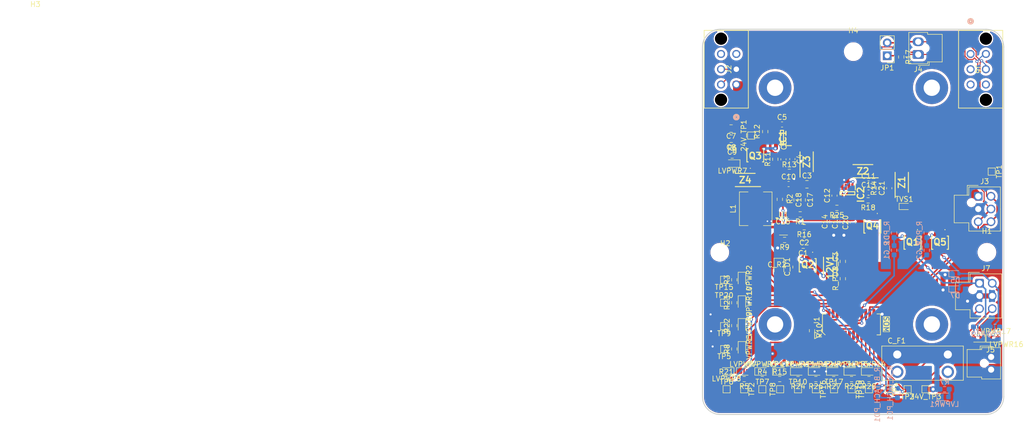
<source format=kicad_pcb>
(kicad_pcb (version 20241229) (generator "pcbnew") (generator_version "9.0")
  (layers (0 "F.Cu" signal) (2 "B.Cu" signal) (13 "F.Paste" user) (15 "B.Paste" user) (5 "F.SilkS" user "F.Silkscreen") (7 "B.SilkS" user "B.Silkscreen") (1 "F.Mask" user) (3 "B.Mask" user) (25 "Edge.Cuts" user))
  (net 0 "")
  (net 1 "Net-(12V1-A)")
  (net 2 "+24V")
  (net 3 "+12V")
  (net 4 "GND")
  (net 5 "/12V_BUS")
  (net 6 "/RPP_EN12")
  (net 7 "Net-(IC1-VCAP)")
  (net 8 "Net-(IC1-GATE)")
  (net 9 "/RPP_EN24")
  (net 10 "Net-(IC2-VCAP)")
  (net 11 "Net-(IC2-GATE)")
  (net 12 "/VIN_24V")
  (net 13 "Net-(C16-Pad1)")
  (net 14 "Net-(U1-SW)")
  (net 15 "Net-(C_D1-A)")
  (net 16 "/Fans/FAN_B_NEG")
  (net 17 "/Fans/FAN_A_NEG")
  (net 19 "/Power12V/OV")
  (net 20 "/Power24V/OV")
  (net 22 "+3V3")
  (net 23 "/CAN_P")
  (net 25 "/LED")
  (net 26 "/D_C")
  (net 27 "/LED5")
  (net 28 "/LED1")
  (net 29 "/LED3")
  (net 32 "/S_OC")
  (net 34 "/LED4")
  (net 35 "/FAN_B_TACHO")
  (net 38 "/MESSAGE")
  (net 39 "/PWM_FAN_B")
  (net 46 "/M_FAULT")
  (net 47 "/LED2")
  (net 48 "/CAN_N")
  (net 50 "/PWM_FAN_A")
  (net 52 "/FAN_A_TACHO")
  (net 60 "Net-(JP1-A)")
  (net 61 "Net-(LVPWR1-A)")
  (net 62 "Net-(LVPWR2-A)")
  (net 63 "Net-(LVPWR3-A)")
  (net 64 "Net-(LVPWR4-A)")
  (net 65 "Net-(LVPWR5-A)")
  (net 66 "Net-(LVPWR6-A)")
  (net 67 "Net-(LVPWR7-A)")
  (net 68 "Net-(LVPWR8-A)")
  (net 69 "Net-(LVPWR9-A)")
  (net 70 "Net-(LVPWR10-A)")
  (net 71 "Net-(LVPWR11-A)")
  (net 72 "Net-(LVPWR12-A)")
  (net 73 "Net-(LVPWR13-A)")
  (net 74 "Net-(LVPWR14-A)")
  (net 75 "Net-(LVPWR15-A)")
  (net 76 "Net-(LVPWR16-A)")
  (net 77 "Net-(LVPWR17-A)")
  (net 78 "Net-(Q1-G)")
  (net 79 "Net-(Q5-G)")
  (net 80 "Net-(U1-BOOT)")
  (net 81 "Net-(U1-FB)")
  (net 82 "Net-(U1-EN)")
  (net 83 "Net-(Q2-D_1)")
  (footprint "TestPoint:TestPoint_Pad_1.0x1.0mm" (layer "F.Cu") (at 182.25 106.5 -90)
    (property "Reference" "TP19")
    (property "Value" "LED5")
  )
  (footprint "TestPoint:TestPoint_Pad_1.0x1.0mm" (layer "F.Cu") (at 161.196 106.5 -90)
    (property "Reference" "TP2")
    (property "Value" "TP_M")
  )
  (footprint "Connector_Molex:Molex_Nano-Fit_105309-xx02_1x02_P2.50mm_Vertical" (layer "F.Cu") (at 195.325 40.75 180)
    (property "Reference" "J4")
    (property "Value" "PEAK")
  )
  (footprint "UTSVT_Passives:SODFL5026X125N" (layer "F.Cu") (at 178.05 82.5 -90)
    (property "Reference" "12V1")
    (property "Value" "SMAF4742A" (hide yes))
  )
  (footprint "Resistor_SMD:R_0603_1608Metric_Pad0.98x0.95mm_HandSolder" (layer "F.Cu") (at 159.25 85 90)
    (property "Reference" "R3")
    (property "Value" "4.3k")
  )
  (footprint "UTSVT_Passives:SODFL5026X125N" (layer "F.Cu") (at 161.391935 65.4 180)
    (property "Reference" "Z4")
    (property "Value" "SMAF4744A" (hide yes))
  )
  (footprint "Connector_PinHeader_2.54mm:PinHeader_1x02_P2.54mm_Vertical" (layer "F.Cu") (at 189.25 41 180)
    (property "Reference" "JP1")
    (property "Value" "TRM")
  )
  (footprint "MountingHole:MountingHole_3.2mm_M3" (layer "F.Cu") (at 22.1488 35.0516)
    (property "Reference" "H3")
    (property "Value" "MountingHole_Pad")
  )
  (footprint "LED_SMD:LED_0603_1608Metric" (layer "F.Cu") (at 168.25 103)
    (property "Reference" "LVPWR6")
    (property "Value" "LED")
  )
  (footprint "TestPoint:TestPoint_Pad_1.0x1.0mm" (layer "F.Cu") (at 162.566935 56.675 90)
    (property "Reference" "24V_TP1")
    (property "Value" "TestPoint")
  )
  (footprint "Capacitor_SMD:C_0603_1608Metric_Pad1.08x0.95mm_HandSolder" (layer "F.Cu") (at 168.616935 54.5)
    (property "Reference" "C5")
    (property "Value" "220n")
  )
  (footprint "UTSVT_Connectors:Molex_Microfit3.0_02x03_6-Pin-Vertical-PCB-Receptacle_447690601" (layer "F.Cu") (at 205.600001 40.650002 -90)
    (property "Reference" "J6")
    (property "Value" "MotorController-out")
  )
  (footprint "LED_SMD:LED_0603_1608Metric" (layer "F.Cu") (at 164.75 103)
    (property "Reference" "LVPWR3")
    (property "Value" "LED")
  )
  (footprint "Resistor_SMD:R_0603_1608Metric_Pad0.98x0.95mm_HandSolder" (layer "F.Cu") (at 168.179435 69.2 -90)
    (property "Reference" "R2")
    (property "Value" "140k")
  )
  (footprint "LED_SMD:LED_0603_1608Metric" (layer "F.Cu") (at 160.75 85 -90)
    (property "Reference" "LVPWR2")
    (property "Value" "LED")
  )
  (footprint "Inductor_SMD:L_6.3x6.3_H3" (layer "F.Cu") (at 163.454435 71.05 90)
    (property "Reference" "L1")
    (property "Value" "6.8u")
  )
  (footprint "UTSVT_Power:PSMN8R5-40MSDX" (layer "F.Cu") (at 194.2 77.7 180)
    (property "Reference" "Q1")
    (property "Value" "PSMN8R5-40MSDX" (hide yes))
  )
  (footprint "Resistor_SMD:R_0603_1608Metric_Pad0.98x0.95mm_HandSolder" (layer "F.Cu") (at 175.25 104.5 180)
    (property "Reference" "R26")
    (property "Value" "4.3k")
  )
  (footprint "Capacitor_SMD:C_0805_2012Metric_Pad1.18x1.45mm_HandSolder" (layer "F.Cu") (at 172.766935 78.1 180)
    (property "Reference" "C1")
    (property "Value" "10u")
  )
  (footprint "LED_SMD:LED_0603_1608Metric" (layer "F.Cu") (at 207 96.5 180)
    (property "Reference" "LVPWR16")
    (property "Value" "LED")
  )
  (footprint "TestPoint:TestPoint_Pad_1.0x1.0mm" (layer "F.Cu") (at 185.6625 106.5 90)
    (property "Reference" "TP18")
    (property "Value" "LED4")
  )
  (footprint "Resistor_SMD:R_0603_1608Metric_Pad0.98x0.95mm_HandSolder" (layer "F.Cu") (at 167.291935 61.325 90)
    (property "Reference" "R11")
    (property "Value" "100k")
  )
  (footprint "MountingHole:MountingHole_3.2mm_M3" (layer "F.Cu") (at 182.6 40.2)
    (property "Reference" "H4")
    (property "Value" "MountingHole_Pad")
  )
  (footprint "TestPoint:TestPoint_Pad_1.0x1.0mm" (layer "F.Cu") (at 157.25 94.1 180)
    (property "Reference" "TP9")
    (property "Value" "TP_F")
  )
  (footprint "UTSVT_Power:PSMN8R5-40MSDX" (layer "F.Cu") (at 173.645 82.141585 180)
    (property "Reference" "Q2")
    (property "Value" "PSMN8R5-40MSDX" (hide yes))
  )
  (footprint "Resistor_SMD:R_0805_2012Metric" (layer "F.Cu") (at 170 82.5 90)
    (property "Reference" "C_R2")
    (property "Value" "4.3k")
  )
  (footprint "Resistor_SMD:R_0603_1608Metric_Pad0.98x0.95mm_HandSolder" (layer "F.Cu") (at 159.25 98.5875 90)
    (property "Reference" "R8")
    (property "Value" "4.3k")
  )
  (footprint "LED_SMD:LED_0603_1608Metric" (layer "F.Cu") (at 178.8125 103)
    (property "Reference" "LVPWR13")
    (property "Value" "LED")
  )
  (footprint "Capacitor_SMD:C_0805_2012Metric_Pad1.18x1.45mm_HandSolder" (layer "F.Cu") (at 158.65 57.3 180)
    (property "Reference" "C8")
    (property "Value" "10u")
  )
  (footprint "Resistor_SMD:R_0603_1608Metric_Pad0.98x0.95mm_HandSolder" (layer "F.Cu") (at 165.316935 55.9 90)
    (property "Reference" "R12")
    (property "Value" "9。5k")
  )
  (footprint "Capacitor_SMD:C_0603_1608Metric_Pad1.08x0.95mm_HandSolder" (layer "F.Cu") (at 158.8125 59.075 180)
    (property "Reference" "C9")
    (property "Value" "0.1u")
  )
  (footprint "Resistor_SMD:R_0603_1608Metric_Pad0.98x0.95mm_HandSolder" (layer "F.Cu") (at 182.25 104.5 180)
    (property "Reference" "R29")
    (property "Value" "4.3k")
  )
  (footprint "Resistor_SMD:R_0603_1608Metric_Pad0.98x0.95mm_HandSolder" (layer "F.Cu") (at 192 41.25 -90)
    (property "Reference" "R17")
    (property "Value" "120")
  )
  (footprint "UTSVT_Connectors:Molex_Microfit3.0_02x03_6-Pin-Vertical-PCB-Receptacle_447690601" (layer "F.Cu") (at 159.65 46.65 90)
    (property "Reference" "J2")
    (property "Value" "MotorController-in")
  )
  (footprint "UTSVT_Power:PSMN8R5-40MSDX" (layer "F.Cu") (at 186.325 74.525 180)
    (property "Reference" "Q4")
    (property "Value" "PSMN8R5-40MSDX" (hide yes))
  )
  (footprint "LED_SMD:LED_0603_1608Metric" (layer "F.Cu") (at 160.75 98.61275 -90)
    (property "Reference" "LVPWR5")
    (property "Value" "LED")
  )
  (footprint "Resistor_SMD:R_0603_1608Metric_Pad0.98x0.95mm_HandSolder" (layer "F.Cu") (at 178.75 104.5 180)
    (property "Reference" "R27")
    (property "Value" "4.3k")
  )
  (footprint "TestPoint:TestPoint_Pad_1.0x1.0mm" (layer "F.Cu") (at 157.75 106.5)
    (property "Reference" "TP6")
    (property "Value" "TP_D_C")
  )
  (footprint "UTSVT_Power:SOT65P280X110-8N" (layer "F.Cu") (at 181.4388 68.0062 -90)
    (property "Reference" "IC2")
    (property "Value" "LM74502HDDFR" (hide yes))
  )
  (footprint "Capacitor_SMD:C_0603_1608Metric_Pad1.08x0.95mm_HandSolder" (layer "F.Cu") (at 185.581 67.875)
    (property "Reference" "C13")
    (property "Value" "22n")
  )
  (footprint "UTSVT_Power:PSMN8R5-40MSDX" (layer "F.Cu") (at 199.6 77.71 180)
    (property "Reference" "Q5")
    (property "Value" "PSMN8R5-40MSDX" (hide yes))
  )
  (footprint "Capacitor_SMD:C_0603_1608Metric_Pad1.08x0.95mm_HandSolder" (layer "F.Cu") (at 169.9 66.2)
    (property "Reference" "C10")
    (property "Value" "0.1u")
  )
  (footprint "Resistor_SMD:R_0603_1608Metric_Pad0.98x0.95mm_HandSolder" (layer "F.Cu") (at 159.25 94 90)
    (property "Reference" "R22")
    (property "Value" "4.3k")
  )
  (footprint "UTSVT_Connectors:PeripheralSOM" (layer "F.Cu") (at 182.23 93.76 180)
    (property "Reference" "J1")
    (property "Value" "53307-2471")
  )
  (footprint "Capacitor_SMD:C_0603_1608Metric_Pad1.08x0.95mm_HandSolder" (layer "F.Cu") (at 170.641935 61.3 -90)
    (property "Reference" "C4")
    (property "Value" "1u")
  )
  (footprint "Resistor_SMD:R_0603_1608Metric_Pad0.98x0.95mm_HandSolder" (layer "F.Cu") (at 171.75 104.5 180)
    (property "Reference" "R24")
    (property "Value" "4.3k")
  )
  (footprint "Capacitor_SMD:C_0603_1608Metric_Pad1.08x0.95mm_HandSolder" (layer "F.Cu") (at 182.5 73.7529 90)
    (property "Reference" "C20")
    (property "Value" "0.1u")
  )
  (footprint "LED_SMD:LED_0603_1608Metric" (layer "F.Cu") (at 175.25 103)
    (property "Reference" "LVPWR12")
    (property "Value" "LED")
  )
  (footprint "Resistor_SMD:R_0603_1608Metric_Pad0.98x0.95mm_HandSolder" (layer "F.Cu") (at 159.25 89.5 90)
    (property "Reference" "R23")
    (property "Value" "4.3k")
  )
  (footprint "Capacitor_SMD:C_0805_2012Metric_Pad1.18x1.45mm_HandSolder" (layer "F.Cu") (at 158.625 55.3 180)
    (property "Reference" "C7")
    (property "Value" "10u")
  )
  (footprint "TestPoint:TestPoint_Pad_1.0x1.0mm" (layer "F.Cu") (at 157.25 85 180)
    (property "Reference" "TP15")
    (property "Value" "TP_3V3")
  )
  (footprint "LED_SMD:LED_0603_1608Metric" (layer "F.Cu") (at 171.75 103)
    (property "Reference" "LVPWR11")
    (property "Value" "LED")
  )
  (footprint "LED_SMD:LED_0603_1608Metric" (layer "F.Cu") (at 160.75 89.625 -90)
    (property "Reference" "LVPWR10")
    (property "Value" "LED")
  )
  (footprint "LED_SMD:LED_0805_2012Metric" (layer "F.Cu") (at 168 82.4575 -90)
    (property "Reference" "C_D1")
    (property "Value" "20mA")
  )
  (footprint "LED_SMD:LED_0603_1608Metric" (layer "F.Cu") (at 210.15 96.525)
    (property "Reference" "LVPWR17")
    (property "Value" "LED")
  )
  (footprint "MountingHole:MountingHole_3.2mm_M3" (layer "F.Cu") (at 208.8 79.6)
    (property "Reference" "H1")
    (property "Value" "MountingHole_Pad")
  )
  (footprint "Package_TO_SOT_SMD:SOT-23-6" (layer "F.Cu") (at 168.904435 74.65)
    (property "Reference" "U1")
    (property "Value" "TPS56339DDC")
  )
  (footprint "Capacitor_SMD:C_0603_1608Metric_Pad1.08x0.95mm_HandSolder" (layer "F.Cu") (at 168.891935 61.35 -90)
    (property "Reference" "C6")
    (property "Value" "22n")
  )
  (footprint "LED_SMD:LED_0603_1608Metric" (layer "F.Cu") (at 157.7125 103 180)
    (property "Reference" "LVPWR8")
    (property "Value" "LED")
  )
  (footprint "Resistor_SMD:R_0603_1608Metric_Pad0.98x0.95mm_HandSolder" (layer "F.Cu") (at 180.545 81.391585 90)
    (property "Reference" "R_G3")
    (property "Value" "100")
  )
  (footprint "TestPoint:TestPoint_Pad_1.0x1.0mm" (layer "F.Cu") (at 175.25 106.5 -90)
    (property "Reference" "TP16")
    (property "Value" "LED2")
  )
  (footprint "TestPoint:TestPoint_Pad_1.0x1.0mm" (layer "F.Cu") (at 196.75 106.5 180)
    (property "Reference" "24V_TP3")
    (property "Value" "TestPoint")
  )
  (footprint "Capacitor_SMD:C_0805_2012Metric_Pad1.18x1.45mm_HandSolder" (layer "F.Cu") (at 170.204435 69.325 -90)
    (property "Reference" "C18")
    (property "Value" "22u")
  )
  (footprint "Capacitor_SMD:C_0805_2012Metric_Pad1.18x1.45mm_HandSolder" (layer "F.Cu") (at 178.7 73.575 90)
    (property "Reference" "C14")
    (property "Value" "10u")
  )
  (footprint "Capacitor_SMD:C_0603_1608Metric_Pad1.08x0.95mm_HandSolder" (layer "F.Cu") (at 178.9 68.475 90)
    (property "Reference" "C12")
    (property "Value" "220n")
  )
  (footprint "LED_SMD:LED_0603_1608Metric" (layer "F.Cu") (at 158.891935 62.175 180)
    (property "Reference" "LVPWR7")
    (property "Value" "LED")
  )
  (footprint "Diode_SMD:Nexperia_DSN1608-2_1.6x0.8mm" (layer "F.Cu") (at 192.6 70.6)
    (property "Reference" "TVS1")
    (property "Value" "PTVS5V0Z1USK")
  )
  (footprint "TestPoint:TestPoint_Pad_1.0x1.0mm" (layer "F.Cu") (at 178.8125 106.5)
    (property "Reference" "TP17")
    (property "Value" "LED3")
  )
  (footprint "Resistor_SMD:R_0603_1608Metric_Pad0.98x0.95mm_HandSolder" (layer "F.Cu") (at 185.6625 104.5 180)
    (property "Reference" "R28")
    (property "Value" "4.3k")
  )
  (footprint "Resistor_SMD:R_0603_1608Metric_Pad0.98x0.95mm_HandSolder" (layer "F.Cu") (at 185.5 69.4 180)
    (property "Reference" "R18")
    (property "Value" "200k")
  )
  (footprint "TestPoint:TestPoint_Pad_1.0x1.0mm" (layer "F.Cu") (at 193.25 106.5 180)
    (property "Reference" "TP3")
    (property "Value" "TP_A_TACH")
  )
  (footprint "Resistor_SMD:R_0603_1608Metric_Pad0.98x0.95mm_HandSolder" (layer "F.Cu") (at 174.5 95 -90)
    (property "Reference" "R10")
    (property "Value" "0")
  )
  (footprint "Fuse:FUSE_3568" (layer "F.Cu") (at 196.175 101.375)
    (property "Reference" "C_F1")
    (property "Value" "10A")
  )
  (footprint "Resistor_SMD:R_0603_1608Metric_Pad0.98x0.95mm_HandSolder" (layer "F.Cu") (at 161.196 104.5 180)
    (property "Reference" "R5")
    (property "Value" "4.3k")
  )
  (footprint "Resistor_SMD:R_0603_1608Metric_Pad0.98x0.95mm_HandSolder" (layer "F.Cu") (at 179.375 70.875 180)
    (property "Reference" "R25")
    (property "Value" "9k")
  )
  (footprint "Capacitor_SMD:C_0805_2012Metric_Pad1.18x1.45mm_HandSolder" (layer "F.Cu") (at 172.454435 69.325 -90)
    (property "Reference" "C17")
    (property "Value" "22u")
  )
  (footprint "LED_SMD:LED_0603_1608Metric" (layer "F.Cu") (at 185.6625 103)
    (property "Reference" "LVPWR14")
    (property "Value" "LED")
  )
  (footprint "Resistor_SMD:R_0603_1608Metric_Pad0.98x0.95mm_HandSolder" (layer "F.Cu") (at 169.116935 77.175 180)
    (property "Reference" "R9")
    (property "Value" "10k")
  )
  (footprint "Capacitor_SMD:C_0805_2012Metric_Pad1.18x1.45mm_HandSolder" (layer "F.Cu") (at 180.7 73.575 90)
    (property "Reference" "C15")
    (property "Value" "10u")
  )
  (footprint "Capacitor_SMD:C_0603_1608Metric_Pad1.08x0.95mm_HandSolder" (layer "F.Cu") (at 168.791935 72.15 180)
    (property "Reference" "C16")
    (property "Value" "100n")
  )
  (footprint "Resistor_SMD:R_0603_1608Metric_Pad0.98x0.95mm_HandSolder" (layer "F.Cu") (at 172.179435 72.15 180)
    (property "Reference" "R1")
    (property "Value" "30")
  )
  (footprint "UTSVT_Passives:SODFL5026X125N" (layer "F.Cu") (at 184.475 63.675 180)
    (property "Reference" "Z2")
    (property "Value" "SMAF4751A-TP" (hide yes))
  )
  (footprint "TestPoint:TestPoint_Pad_1.0x1.0mm" (layer "F.Cu") (at 157.25 89.5)
    (property "Reference" "TP20")
    (property "Value" "LED")
  )
  (footprint "Capacitor_SMD:C_0603_1608Metric_Pad1.08x0.95mm_HandSolder" (layer "F.Cu") (at 172.966935 76.275 180)
    (property "Reference" "C2")
    (property "Value" "100n")
  )
  (footprint "TestPoint:TestPoint_Pad_1.0x1.0mm" (layer "F.Cu") (at 209.75 63.75 -90)
    (property "Reference" "TP1")
    (property "Value" "TP_GND")
  )
  (footprint "TestPoint:TestPoint_Pad_1.0x1.0mm" (layer "F.Cu") (at 157.2792 98.61275 180)
    (property "Reference" "TP5")
    (property "Value" "TP_OC")
  )
  (footprint "UTSVT_Power:SOT65P280X110-8N" (layer "F.Cu") (at 168.6 57.1 180)
    (property "Reference" "IC1")
    (property "Value" "LM74502HDDFR" (hide yes))
  )
  (footprint "Resistor_SMD:R_0603_1608Metric_Pad0.98x0.95mm_HandSolder" (layer "F.Cu") (at 168.1625 104.5)
    (property "Reference" "R15")
    (property "Value" "4.3k")
  )
  (footprint "Resistor_SMD:R_0603_1608Metric_Pad0.98x0.95mm_HandSolder" (layer "F.Cu") (at 170.036935 63.8125)
    (property "Reference" "R13")
    (property "Value" "10k")
  )
  (footprint "UTSVT_Passives:SODFL5026X125N" (layer "F.Cu") (at 192.1 65.85 90)
    (property "Reference" "Z1")
    (property "Value" "SMAF4751A-TP" (hide yes))
  )
  (footprint "Capacitor_SMD:C_0805_2012Metric_Pad1.18x1.45mm_HandSolder" (layer "F.Cu") (at 173.5 66.25)
    (property "Reference" "C3")
    (property "Value" "22u")
  )
  (footprint "TestPoint:TestPoint_Pad_1.0x1.0mm" (layer "F.Cu") (at 164.75 106.5)
    (property "Reference" "TP7")
    (property "Value" "TP_PWM_A")
  )
  (footprint "LED_SMD:LED_0603_1608Metric" (layer "F.Cu") (at 160.75 94.1 -90)
    (property "Reference" "LVPWR9")
    (property "Value" "LED")
  )
  (footprint "UTSVT_Passives:SODFL5026X125N" (layer "F.Cu") (at 173.441935 61.825 90)
    (property "Reference" "Z3")
    (property "Value" "SMAF4744A" (hide yes))
  )
  (footprint "TestPoint:TestPoint_Pad_1.0x1.0mm" (layer "F.Cu") (at 189.5 106.5 -90)
    (property "Reference" "TP4")
    (property "Value" "TP_B_TACH")
  )
  (footprint "Resistor_SMD:R_0603_1608Metric_Pad0.98x0.95mm_HandSolder" (layer "F.Cu") (at 172.966935 74.675 180)
    (property "Reference" "R16")
    (property "Value" "220k")
  )
  (footprint "Capacitor_SMD:C_0603_1608Metric_Pad1.08x0.95mm_HandSolder" (layer "F.Cu") (at 189.641935 67.0125 90)
    (property "Reference" "C21")
    (property "Value" "0.1u")
  )
  (footprint "TestPoint:TestPoint_Pad_1.0x1.0mm" (layer "F.Cu") (at 171.75 106.5)
    (property "Reference" "TP10")
    (property "Value" "LED1")
  )
  (footprint "Capacitor_SMD:C_0603_1608Metric_Pad1.08x0.95mm_HandSolder" (layer "F.Cu") (at 185.581 66.075)
    (property "Reference" "C11")
    (property "Value" "1u")
  )
  (footprint "LED_SMD:LED_0603_1608Metric" (layer "F.Cu") (at 182.25 103)
    (property "Reference" "LVPWR15")
    (property "Value" "LED")
  )
  (footprint "Connector_Molex:Molex_Nano-Fit_105310-xx06_2x03_P2.50mm_Vertical" (layer "F.Cu") (at 207.1 68.6)
    (property "Reference" "J3")
    (property "Value" "Conn_01x06")
  )
  (footprint "Resistor_SMD:R_0603_1608Metric_Pad0.98x0.95mm_HandSolder" (layer "F.Cu") (at 164.75 104.5)
    (property "Reference" "R4")
    (property "Value" "4.3k")
  )
  (footprint "UTSVT_Power:PSMN8R5-40MSDX" (layer "F.Cu") (at 163.366935 60.55)
    (property "Reference" "Q3")
    (property "Value" "PSMN8R5-40MSDX" (hide yes))
  )
  (footprint "Resistor_SMD:R_0603_1608Metric_Pad0.98x0.95mm_HandSolder" (layer "F.Cu") (at 180.545 84.791585 90)
    (property "Reference" "R_PD3")
    (property "Value" "10k")
  )
  (footprint "Resistor_SMD:R_0603_1608Metric_Pad0.98x0.95mm_HandSolder" (layer "F.Cu") (at 158.8375 60.6)
    (property "Reference" "R6")
    (property "Value" "4.3k")
  )
  (footprint "Connector_Molex:Molex_Nano-Fit_105310-xx06_2x03_P2.50mm_Vertical" (layer "F.Cu") (at 207.35 85.675)
    (property "Reference" "J7")
    (property "Value" "Conn_01x06")
  )
  (footprint "LED_SMD:LED_0603_1608Metric" (layer "F.Cu") (at 161.1625 103)
    (property "Reference" "LVPWR4")
    (property "Value" "LED")
  )
  (footprint "TestPoint:TestPoint_Pad_1.0x1.0mm" (layer "F.Cu") (at 168.25 106.5 90)
    (property "Reference" "TP8")
    (property "Value" "TP_PWM_B")
  )
  (footprint "Resistor_SMD:R_0603_1608Metric_Pad0.98x0.95mm_HandSolder" (layer "F.Cu") (at 188.05 67.0125 90)
    (property "Reference" "R14")
    (property "Value" "10k")
  )
  (footprint "MountingHole:MountingHole_3.2mm_M3" (layer "F.Cu") (at 156.4 79.6)
    (property "Reference" "H2")
    (property "Value" "MountingHole_Pad")
  )
  (footprint "UTSVT_Connectors:Molex_Nano-Fit_105309-xx02_1x02_P2.50mm_Vertical" (layer "F.Cu") (at 209.63 100.15)
    (property "Reference" "J5")
    (property "Value" "Power MPPT")
  )
  (footprint "Resistor_SMD:R_0603_1608Metric_Pad0.98x0.95mm_HandSolder" (layer "F.Cu") (at 157.6625 104.5)
    (property "Reference" "R21")
    (property "Value" "4.3k")
  )
  (footprint "Resistor_SMD:R_0603_1608Metric_Pad0.98x0.95mm_HandSolder" (layer "B.Cu") (at 197 75.8 -90)
    (property "Reference" "R_PD2")
    (property "Value" "10k")
  )
  (footprint "Resistor_SMD:R_0603_1608Metric_Pad0.98x0.95mm_HandSolder" (layer "B.Cu") (at 197 79.2 -90)
    (property "Reference" "R_G2")
    (property "Value" "100")
  )
  (footprint "Resistor_SMD:R_0603_1608Metric_Pad0.98x0.95mm_HandSolder" (layer "B.Cu") (at 190.6 75.8 -90)
    (property "Reference" "R_PD1")
    (property "Value" "10k")
  )
  (footprint "Diode_SMD:D_SOD-523" (layer "B.Cu") (at 202.6 86.8)
    (property "Reference" "D7")
    (property "Value" "1N4148WT")
  )
  (footprint "Resistor_SMD:R_0603_1608Metric_Pad0.98x0.95mm_HandSolder" (layer "B.Cu") (at 207.0875 94.25)
    (property "Reference" "R19")
    (property "Value" "4.3k")
  )
  (footprint "Resistor_SMD:R_0603_1608Metric_Pad0.98x0.95mm_HandSolder" (layer "B.Cu") (at 187.5 107 -90)
    (property "Reference" "R_B_TACH_PD1")
    (property "Value" "10k")
  )
  (footprint "Diode_SMD:D_SOD-523" (layer "B.Cu") (at 202.6 83.8)
    (property "Reference" "D5")
    (property "Value" "1N4148WT")
  )
  (footprint "Resistor_SMD:R_0603_1608Metric_Pad0.98x0.95mm_HandSolder" (layer "B.Cu") (at 200.5 106.5 180)
    (property "Reference" "R7")
    (property "Value" "4.3k")
  )
  (footprint "Resistor_SMD:R_0603_1608Metric_Pad0.98x0.95mm_HandSolder" (layer "B.Cu") (at 210.3875 94.25 180)
    (property "Reference" "R20")
    (property "Value" "4.3k")
  )
  (footprint "Resistor_SMD:R_0603_1608Metric_Pad0.98x0.95mm_HandSolder" (layer "B.Cu") (at 191.25 107.25 -90)
    (property "Reference" "R_A_TACH_PD1")
    (property "Value" "10k")
  )
  (footprint "LED_SMD:LED_0603_1608Metric" (layer "B.Cu") (at 200.4625 108)
    (property "Reference" "LVPWR1")
    (property "Value" "LED")
  )
  (footprint "Resistor_SMD:R_0603_1608Metric_Pad0.98x0.95mm_HandSolder" (layer "B.Cu") (at 190.6 79.2 -90)
    (property "Reference" "R_G1")
    (property "Value" "100")
  )
  (gr_line (start 153.011722 107.95) (end 153.011722 39.3) (stroke (width 0.2)) (layer "Edge.Cuts"))
  (gr_arc (start 153.011722 39.3) (mid 154.03685 36.825134) (end 156.511722 35.8) (stroke (width 0.2)) (layer "Edge.Cuts"))
  (gr_arc (start 212.1 107.95) (mid 211.074874 110.424874) (end 208.6 111.45) (stroke (width 0.2)) (layer "Edge.Cuts"))
  (gr_line (start 208.6 111.45) (end 156.511722 111.45) (stroke (width 0.2)) (layer "Edge.Cuts"))
  (gr_arc (start 156.511722 111.45) (mid 154.036848 110.424874) (end 153.011722 107.95) (stroke (width 0.2)) (layer "Edge.Cuts"))
  (gr_line (start 156.511722 35.8) (end 208.6 35.8) (stroke (width 0.2)) (layer "Edge.Cuts"))
  (gr_line (start 212.1 39.3) (end 212.1 107.95) (stroke (width 0.2)) (layer "Edge.Cuts"))
  (gr_arc (start 208.6 35.8) (mid 211.074874 36.825126) (end 212.1 39.3) (stroke (width 0.2)) (layer "Edge.Cuts"))
  (segment (start 172.67 80.756581) (end 172.519998 80.906583) (width 0.3) (layer "F.Cu") (net 1))
  (segment (start 180.545 83.879085) (end 180.545 82.304085) (width 0.3) (layer "F.Cu") (net 1))
  (segment (start 177.775 84.25) (end 178.05 84.525) (width 0.3) (layer "F.Cu") (net 1))
  (segment (start 179.899085 84.525) (end 180.545 83.879085) (width 0.3) (layer "F.Cu") (net 1))
  (segment (start 178.05 84.525) (end 179.899085 84.525) (width 0.3) (layer "F.Cu") (net 1))
  (segment (start 172.67 80.491585) (end 172.67 80.756581) (width 0.3) (layer "F.Cu") (net 1))
  (segment (start 176.75 84.25) (end 177.775 84.25) (width 0.3) (layer "F.Cu") (net 1))
  (via (at 176.75 84.25) (size 0.8) (drill 0.4) (layers "F.Cu" "B.Cu") (net 1))
  (via (at 172.519998 80.906583) (size 0.8) (drill 0.4) (layers "F.Cu" "B.Cu") (net 1))
  (segment (start 173.406583 80.906583) (end 176.75 84.25) (width 0.3) (layer "B.Cu") (net 1))
  (segment (start 172.519998 80.906583) (end 173.406583 80.906583) (width 0.3) (layer "B.Cu") (net 1))
  (segment (start 167.75 78.75) (end 167.015935 78.015935) (width 1) (layer "F.Cu") (net 2))
  (segment (start 185.273 74.815) (end 183.676 73.218) (width 1) (layer "F.Cu") (net 2))
  (segment (start 200.2 87) (end 200.2 84.4) (width 1) (layer "F.Cu") (net 2))
  (segment (start 188.25 91.75) (end 188.11 91.61) (width 1) (layer "F.Cu") (net 2))
  (segment (start 196.75 106.5) (end 198.25 106.5) (width 1) (layer "F.Cu") (net 2))
  (segment (start 206.325 89.2) (end 207.35 88.175) (width 1) (layer "F.Cu") (net 2))
  (segment (start 188.11 91.61) (end 186.806 91.61) (width 1) (layer "F.Cu") (net 2))
  (segment (start 183.676 73.218) (end 183.676 70.3154) (width 1) (layer "F.Cu") (net 2))
  (segment (start 200.2 84.4) (end 200.6 84) (width 1) (layer "F.Cu") (net 2))
  (segment (start 167.015935 78.015935) (end 167.015935 76.402) (width 1) (layer "F.Cu") (net 2))
  (segment (start 186.325 74.815) (end 185.273 74.815) (width 1) (layer "F.Cu") (net 2))
  (segment (start 167.015935 76.402) (end 167.766935 75.651) (width 1) (layer "F.Cu") (net 2))
  (segment (start 205 89.2) (end 206.325 89.2) (width 1) (layer "F.Cu") (net 2))
  (segment (start 183.676 70.3154) (end 182.6168 69.2562) (width 1) (layer "F.Cu") (net 2))
  (segment (start 207.35 88.175) (end 209.85 88.175) (width 1) (layer "F.Cu") (net 2))
  (via (at 180.75 76.25) (size 1.2) (drill 0.6) (layers "F.Cu" "B.Cu") (net 2))
  (via (at 178.75 76.25) (size 1.2) (drill 0.6) (layers "F.Cu" "B.Cu") (net 2))
  (via (at 200.2 87) (size 1.2) (drill 0.6) (layers "F.Cu" "B.Cu") (net 2))
  (via (at 198.25 106.5) (size 1.2) (drill 0.6) (layers "F.Cu" "B.Cu") (net 2))
  (via (at 200.6 84) (size 1.2) (drill 0.6) (layers "F.Cu" "B.Cu") (net 2))
  (via (at 188.25 91.75) (size 1.2) (drill 0.6) (layers "F.Cu" "B.Cu") (net 2))
  (via (at 167.75 78.75) (size 1.2) (drill 0.6) (layers "F.Cu" "B.Cu") (net 2))
  (via (at 205 89.2) (size 1.2) (drill 0.6) (layers "F.Cu" "B.Cu") (net 2))
  (segment (start 199 106.5) (end 199.5875 106.5) (width 1) (layer "B.Cu") (net 2))
  (segment (start 199 101.81) (end 201.135 99.675) (width 1) (layer "B.Cu") (net 2))
  (segment (start 199 106.5) (end 199 101.81) (width 1) (layer "B.Cu") (net 2))
  (segment (start 198.25 106.5) (end 199 106.5) (width 1) (layer "B.Cu") (net 2))
  (segment (start 167.3 59.2) (end 167.3 58.126) (width 0.5) (layer "F.Cu") (net 3))
  (segment (start 167.3 58.126) (end 167.35 58.126) (width 0.5) (layer "F.Cu") (net 3))
  (via (at 167.3 59.2) (size 0.8) (drill 0.4) (layers "F.Cu" "B.Cu") (net 3))
  (via (at 165.1 59.3) (size 0.8) (drill 0.4) (layers "F.Cu" "B.Cu") (net 3))
  (segment (start 167.3 59.2) (end 165.2 59.2) (width 0.5) (layer "B.Cu") (net 3))
  (segment (start 165.2 59.2) (end 165.1 59.3) (width 0.5) (layer "B.Cu") (net 3))
  (segment (start 160.375 103) (end 160.4 103) (width 0.5) (layer "F.Cu") (net 4))
  (segment (start 160.4 103) (end 160.5615 102.8385) (width 0.5) (layer "F.Cu") (net 4))
  (segment (start 160.5615 102.8385) (end 160.5615 102.376632) (width 0.5) (layer "F.Cu") (net 4))
  (segment (start 170.7625 65.4375) (end 171 65.2) (width 0.5) (layer "F.Cu") (net 4))
  (segment (start 180.8 65.4) (end 181.3386 65.4) (width 0.5) (layer "F.Cu") (net 4))
  (segment (start 181.7168 66.7092) (end 181.7638 66.7562) (width 0.5) (layer "F.Cu") (net 4))
  (segment (start 181.3386 65.4) (end 181.7168 65.7782) (width 0.5) (layer "F.Cu") (net 4))
  (segment (start 181.7168 65.7782) (end 181.7168 66.7092) (width 0.5) (layer "F.Cu") (net 4))
  (segment (start 177.25 103) (end 178.025 103) (width 0.3) (layer "F.Cu") (net 4))
  (segment (start 170.7625 66.2) (end 170.7625 65.4375) (width 0.5) (layer "F.Cu") (net 4))
  (via (at 171 65.2) (size 0.8) (drill 0.4) (layers "F.Cu" "B.Cu") (net 4))
  (via (at 166.5 73.5) (size 0.6) (drill 0.3) (layers "F.Cu" "B.Cu") (net 4))
  (via (at 165.75 73.5) (size 0.6) (drill 0.3) (layers "F.Cu" "B.Cu") (net 4))
  (via (at 177.25 103) (size 0.8) (drill 0.4) (layers "F.Cu" "B.Cu") (net 4))
  (via (at 175 103) (size 0.8) (drill 0.4) (layers "F.Cu" "B.Cu") (net 4))
  (via (at 180.8 65.4) (size 0.8) (drill 0.4) (layers "F.Cu" "B.Cu") (net 4))
  (via (at 180.75 102) (size 0.8) (drill 0.4) (layers "F.Cu" "B.Cu") (net 4))
  (via (at 166.75 99.5) (size 0.8) (drill 0.4) (layers "F.Cu" "B.Cu") (net 4))
  (via (at 169 101.5) (size 0.8) (drill 0.4) (layers "F.Cu" "B.Cu") (net 4))
  (via (at 171.1 101.8) (size 0.8) (drill 0.4) (layers "F.Cu" "B.Cu") (net 4))
  (via (at 154.6 91.8) (size 0.8) (drill 0.4) (layers "F.Cu" "B.Cu") (net 4))
  (via (at 154.7 95.1) (size 0.8) (drill 0.4) (layers "F.Cu" "B.Cu") (net 4))
  (via (at 172.3 61.7) (size 0.8) (drill 0.4) (layers "F.Cu" "B.Cu") (net 4))
  (via (at 183.75 102) (size 0.8) (drill 0.4) (layers "F.Cu" "B.Cu") (net 4))
  (via (at 155 98.1) (size 0.8) (drill 0.4) (layers "F.Cu" "B.Cu") (net 4))
  (via (at 161.6 93.7) (size 0.8) (drill 0.4) (layers "F.Cu" "B.Cu") (net 4))
  (via (at 162.1 89.4) (size 0.8) (drill 0.4) (layers "F.Cu" "B.Cu") (net 4))
  (segment (start 171 63) (end 172.3 61.7) (width 0.5) (layer "B.Cu") (net 4))
  (segment (start 171 65.2) (end 171 63) (width 0.5) (layer "B.Cu") (net 4))
  (segment (start 168.972 57.016) (end 168.972 57.928) (width 0.3) (layer "F.Cu") (net 6))
  (segment (start 167.754435 55.720565) (end 167.35 56.125) (width 0.3) (layer "F.Cu") (net 6))
  (segment (start 168.081 56.125) (end 168.972 57.016) (width 0.3) (layer "F.Cu") (net 6))
  (segment (start 169.85 58.916935) (end 169.815935 58.951) (width 0.3) (layer "F.Cu") (net 6))
  (segment (start 168.972 57.928) (end 169.119 58.075) (width 0.3) (layer "F.Cu") (net 6))
  (segment (start 167.754435 54.5) (end 167.754435 55.720565) (width 0.3) (layer "F.Cu") (net 6))
  (segment (start 169.119 58.075) (end 169.85 58.075) (width 0.3) (layer "F.Cu") (net 6))
  (segment (start 170.641935 63.505) (end 170.949435 63.8125) (width 0.3) (layer "F.Cu") (net 6))
  (segment (start 169.85 58.075) (end 169.85 58.916935) (width 0.3) (layer "F.Cu") (net 6))
  (segment (start 167.35 56.125) (end 168.081 56.125) (width 0.3) (layer "F.Cu") (net 6))
  (segment (start 170.949435 63.8125) (end 173.404435 63.8125) (width 0.3) (layer "F.Cu") (net 6))
  (segment (start 173.404435 63.8125) (end 173.441935 63.85) (width 0.3) (layer "F.Cu") (net 6))
  (segment (start 169.815935 58.951) (end 169.815935 61.3365) (width 0.3) (layer "F.Cu") (net 6))
  (segment (start 170.641935 62.1625) (end 170.641935 63.505) (width 0.3) (layer "F.Cu") (net 6))
  (segment (start 169.815935 61.3365) (end 170.641935 62.1625) (width 0.3) (layer "F.Cu") (net 6))
  (segment (start 169.85 56.125) (end 169.916935 56.058065) (width 0.3) (layer "F.Cu") (net 7))
  (segment (start 169.916935 55.7875) (end 169.479435 55.35) (width 0.3) (layer "F.Cu") (net 7))
  (segment (start 169.479435 55.35) (end 169.479435 54.5) (width 0.3) (layer "F.Cu") (net 7))
  (segment (start 169.916935 56.058065) (end 169.916935 55.7875) (width 0.3) (layer "F.Cu") (net 7))
  (segment (start 165.290935 61.251) (end 164.341935 62.2) (width 0.3) (layer "F.Cu") (net 8))
  (segment (start 168.891935 60.4875) (end 168.128435 61.251) (width 0.3) (layer "F.Cu") (net 8))
  (segment (start 168.128435 61.251) (end 165.290935 61.251) (width 0.3) (layer "F.Cu") (net 8))
  (segment (start 168.891935 60.4875) (end 168.471 60.066565) (width 0.3) (layer "F.Cu") (net 8))
  (segment (start 168.02248 56.775) (end 167.35 56.775) (width 0.3) (layer "F.Cu") (net 8))
  (segment (start 168.471 60.066565) (end 168.471 57.22352) (width 0.3) (layer "F.Cu") (net 8))
  (segment (start 168.471 57.22352) (end 168.02248 56.775) (width 0.3) (layer "F.Cu") (net 8))
  (segment (start 182.5 65.729606) (end 182.5 66.049757) (width 0.3) (layer "F.Cu") (net 9))
  (segment (start 186.5 66.0185) (end 186.4435 66.075) (width 0.3) (layer "F.Cu") (net 9))
  (segment (start 180.4638 69.2562) (end 178.9813 69.2562) (width 0.3) (layer "F.Cu") (net 9))
  (segment (start 182.5586 66.901) (end 182.4138 66.7562) (width 0.3) (layer "F.Cu") (net 9))
  (segment (start 186.4435 66.075) (end 185.6175 66.901) (width 0.3) (layer "F.Cu") (net 9))
  (segment (start 178.9813 69.2562) (end 178.9 69.3375) (width 0.3) (layer "F.Cu") (net 9))
  (segment (start 180.4638 68.086961) (end 180.737763 67.812998) (width 0.3) (layer "F.Cu") (net 9))
  (segment (start 186.5 63.675) (end 186.5 66.0185) (width 0.3) (layer "F.Cu") (net 9))
  (segment (start 186.4435 66.075) (end 188.025 66.075) (width 0.3) (layer "F.Cu") (net 9))
  (segment (start 182.5 66.049757) (end 182.4138 66.135957) (width 0.3) (layer "F.Cu") (net 9))
  (segment (start 180.4638 69.2562) (end 180.4638 68.086961) (width 0.3) (layer "F.Cu") (net 9))
  (segment (start 188.025 66.075) (end 188.05 66.1) (width 0.3) (layer "F.Cu") (net 9))
  (segment (start 182.4138 66.135957) (end 182.4138 66.7562) (width 0.3) (layer "F.Cu") (net 9))
  (segment (start 185.6175 66.901) (end 182.5586 66.901) (width 0.3) (layer "F.Cu") (net 9))
  (via (at 182.5 65.729606) (size 0.6) (drill 0.3) (layers "F.Cu" "B.Cu") (net 9))
  (via (at 180.737763 67.812998) (size 0.6) (drill 0.3) (layers "F.Cu" "B.Cu") (net 9))
  (segment (start 180.737763 66.999292) (end 180.737763 67.812998) (width 0.3) (layer "B.Cu") (net 9))
  (segment (start 182.007449 65.729606) (end 180.737763 66.999292) (width 0.3) (layer "B.Cu") (net 9))
  (segment (start 182.5 65.729606) (end 182.007449 65.729606) (width 0.3) (layer "B.Cu") (net 9))
  (segment (start 179.7563 66.7562) (end 178.9 67.6125) (width 0.3) (layer "F.Cu") (net 10))
  (segment (start 180.4638 66.7562) (end 179.7563 66.7562) (width 0.3) (layer "F.Cu") (net 10))
  (segment (start 184.7185 67.875) (end 185.2 68.3565) (width 0.3) (layer "F.Cu") (net 11))
  (segment (start 185.2 72.01) (end 185.35 72.16) (width 0.3) (layer "F.Cu") (net 11))
  (segment (start 181.595 67.875) (end 184.7185 67.875) (width 0.3) (layer "F.Cu") (net 11))
  (segment (start 185.2 70.113846) (end 185.2 72.01) (width 0.3) (layer "F.Cu") (net 11))
  (segment (start 185.2 68.3565) (end 185.2 68.686154) (width 0.3) (layer "F.Cu") (net 11))
  (segment (start 185.2 68.686154) (end 185.426 68.912154) (width 0.3) (layer "F.Cu") (net 11))
  (segment (start 185.426 69.887846) (end 185.2 70.113846) (width 0.3) (layer "F.Cu") (net 11))
  (segment (start 185.426 68.912154) (end 185.426 69.887846) (width 0.3) (layer "F.Cu") (net 11))
  (segment (start 185.35 72.16) (end 185.35 72.875) (width 0.3) (layer "F.Cu") (net 11))
  (segment (start 181.1138 69.2562) (end 181.1138 68.3562) (width 0.3) (layer "F.Cu") (net 11))
  (segment (start 181.1138 68.3562) (end 181.595 67.875) (width 0.3) (layer "F.Cu") (net 11))
  (segment (start 169.654435 72.15) (end 171.266935 72.15) (width 0.3) (layer "F.Cu") (net 13))
  (segment (start 167.766935 74.65) (end 164.304435 74.65) (width 0.5) (layer "F.Cu") (net 14))
  (segment (start 163.454435 73.8) (end 165.104435 72.15) (width 0.5) (layer "F.Cu") (net 14))
  (segment (start 165.104435 72.15) (end 167.929435 72.15) (width 0.5) (layer "F.Cu") (net 14))
  (segment (start 164.304435 74.65) (end 163.454435 73.8) (width 0.5) (layer "F.Cu") (net 14))
  (segment (start 168 83.395) (end 168.1925 83.395) (width 0.5) (layer "F.Cu") (net 15))
  (segment (start 168.1925 83.395) (end 170 81.5875) (width 0.5) (layer "F.Cu") (net 15))
  (segment (start 210 95.8875) (end 209.3625 96.525) (width 0.3) (layer "F.Cu") (net 16))
  (segment (start 199.6 78) (end 199.6 79.8) (width 0.3) (layer "F.Cu") (net 16))
  (segment (start 210 95.8) (end 210 95.8875) (width 0.3) (layer "F.Cu") (net 16))
  (segment (start 199.6 79.8) (end 200.4 80.6) (width 0.3) (layer "F.Cu") (net 16))
  (via (at 200.4 80.6) (size 0.6) (drill 0.3) (layers "F.Cu" "B.Cu") (net 16))
  (via (at 210 95.8) (size 0.6) (drill 0.3) (layers "F.Cu" "B.Cu") (net 16))
  (segment (start 209.85 85.675) (end 211.051 86.876) (width 0.3) (layer "B.Cu") (net 16))
  (segment (start 210.3135 93.762154) (end 210.3135 95.4865) (width 0.3) (layer "B.Cu") (net 16))
  (segment (start 207.975 83.8) (end 209.85 85.675) (width 0.3) (layer "B.Cu") (net 16))
  (segment (start 211.051 93.024654) (end 210.3135 93.762154) (width 0.3) (layer "B.Cu") (net 16))
  (segment (start 211.051 86.876) (end 211.051 93.024654) (width 0.3) (layer "B.Cu") (net 16))
  (segment (start 203.3 83.5) (end 203.3 83.8) (width 0.3) (layer "B.Cu") (net 16))
  (segment (start 203.3 83.8) (end 207.975 83.8) (width 0.3) (layer "B.Cu") (net 16))
  (segment (start 210.3135 95.4865) (end 210 95.8) (width 0.3) (layer "B.Cu") (net 16))
  (segment (start 200.4 80.6) (end 203.3 83.5) (width 0.3) (layer "B.Cu") (net 16))
  (segment (start 195.175 79.225) (end 195.175 80.575) (width 0.3) (layer "F.Cu") (net 17))
  (segment (start 195.175 80.575) (end 197.2 82.6) (width 0.3) (layer "F.Cu") (net 17))
  (segment (start 207.14375 95.85625) (end 207.7875 96.5) (width 0.3) (layer "F.Cu") (net 17))
  (via (at 197.2 82.6) (size 0.6) (drill 0.3) (layers "F.Cu" "B.Cu") (net 17))
  (via (at 207.14375 95.85625) (size 0.6) (drill 0.3) (layers "F.Cu" "B.Cu") (net 17))
  (segment (start 208.551 92.249) (end 208.551 86.876) (width 0.3) (layer "B.Cu") (net 17))
  (segment (start 200.2 85.6) (end 203.4 85.6) (width 0.3) (layer "B.Cu") (net 17))
  (segment (start 197.2 82.6) (end 200.2 85.6) (width 0.3) (layer "B.Cu") (net 17))
  (segment (start 207.0135 95.726) (end 207.0135 93.7865) (width 0.3) (layer "B.Cu") (net 17))
  (segment (start 203.875 85.675) (end 207.35 85.675) (width 0.3) (layer "B.Cu") (net 17))
  (segment (start 203.4 86.7) (end 203.3 86.8) (width 0.3) (layer "B.Cu") (net 17))
  (segment (start 208.551 86.876) (end 207.35 85.675) (width 0.3) (layer "B.Cu") (net 17))
  (segment (start 203.4 86.15) (end 203.875 85.675) (width 0.3) (layer "B.Cu") (net 17))
  (segment (start 207.0135 93.7865) (end 208.551 92.249) (width 0.3) (layer "B.Cu") (net 17))
  (segment (start 207.14375 95.85625) (end 207.0135 95.726) (width 0.3) (layer "B.Cu") (net 17))
  (segment (start 203.4 86.7) (end 203.4 86.15) (width 0.3) (layer "B.Cu") (net 17))
  (segment (start 203.4 85.6) (end 203.4 86.7) (width 0.3) (layer "B.Cu") (net 17))
  (segment (start 165.929435 57.425) (end 166.6 57.425) (width 0.5) (layer "F.Cu") (net 19))
  (segment (start 166.6 57.425) (end 167.35 57.425) (width 0.5) (layer "F.Cu") (net 19))
  (segment (start 166.3 59.420565) (end 167.291935 60.4125) (width 0.5) (layer "F.Cu") (net 19))
  (segment (start 166.3 57.725) (end 166.3 59.420565) (width 0.5) (layer "F.Cu") (net 19))
  (segment (start 166.6 57.425) (end 166.3 57.725) (width 0.5) (layer "F.Cu") (net 19))
  (segment (start 165.316935 56.8125) (end 165.929435 57.425) (width 0.5) (layer "F.Cu") (net 19))
  (segment (start 181.7638 69.2562) (end 181.7638 68.5252) (width 0.3) (layer "F.Cu") (net 20))
  (segment (start 180.2875 70.875) (end 180.876 70.875) (width 0.3) (layer "F.Cu") (net 20))
  (segment (start 181.7638 68.5252) (end 181.9108 68.3782) (width 0.3) (layer "F.Cu") (net 20))
  (segment (start 181.7638 69.2562) (end 181.7638 69.9872) (width 0.3) (layer "F.Cu") (net 20))
  (segment (start 181.9108 68.3782) (end 183.5657 68.3782) (width 0.3) (layer "F.Cu") (net 20))
  (segment (start 180.876 70.875) (end 181.7638 69.9872) (width 0.3) (layer "F.Cu") (net 20))
  (segment (start 183.5657 68.3782) (end 184.5875 69.4) (width 0.3) (layer "F.Cu") (net 20))
  (segment (start 176.758949 91.002983) (end 177.222983 91.002983) (width 0.3) (layer "F.Cu") (net 22))
  (segment (start 159.25 84.0875) (end 159.9135 83.424) (width 0.3) (layer "F.Cu") (net 22))
  (segment (start 159.9135 83.424) (end 164.924 83.424) (width 0.3) (layer "F.Cu") (net 22))
  (segment (start 168.899 87.399) (end 175 87.399) (width 0.3) (layer "F.Cu") (net 22))
  (segment (start 157.25 85) (end 158.3375 85) (width 0.3) (layer "F.Cu") (net 22))
  (segment (start 177.222983 91.002983) (end 177.83 91.61) (width 0.3) (layer "F.Cu") (net 22))
  (segment (start 164.924 83.424) (end 168.899 87.399) (width 0.3) (layer "F.Cu") (net 22))
  (segment (start 158.3375 85) (end 159.25 84.0875) (width 0.3) (layer "F.Cu") (net 22))
  (via (at 176.758949 91.002983) (size 0.6) (drill 0.3) (layers "F.Cu" "B.Cu") (net 22))
  (via (at 175 87.399) (size 0.6) (drill 0.3) (layers "F.Cu" "B.Cu") (net 22))
  (segment (start 176.758949 89.157949) (end 176.758949 90) (width 0.3) (layer "B.Cu") (net 22))
  (segment (start 187.5 107.9125) (end 187.9125 107.9125) (width 0.3) (layer "B.Cu") (net 22))
  (segment (start 176.758949 90) (end 189 102.241051) (width 0.3) (layer "B.Cu") (net 22))
  (segment (start 188.1625 108.1625) (end 191.25 108.1625) (width 0.3) (layer "B.Cu") (net 22))
  (segment (start 189 102.241051) (end 189 106.4125) (width 0.3) (layer "B.Cu") (net 22))
  (segment (start 189 106.4125) (end 187.5 107.9125) (width 0.3) (layer "B.Cu") (net 22))
  (segment (start 176.758949 90) (end 176.758949 91.002983) (width 0.3) (layer "B.Cu") (net 22))
  (segment (start 187.9125 107.9125) (end 188.1625 108.1625) (width 0.3) (layer "B.Cu") (net 22))
  (segment (start 175 87.399) (end 176.758949 89.157949) (width 0.3) (layer "B.Cu") (net 22))
  (segment (start 181.790212 38.245) (end 183.409788 38.245) (width 0.2) (layer "F.Cu") (net 23))
  (segment (start 188.859 90.359) (end 185.881 90.359) (width 0.3) (layer "F.Cu") (net 23))
  (segment (start 206.845052 41.91325) (end 206.360518 41.428716) (width 0.2) (layer "F.Cu") (net 23))
  (segment (start 205.14917 41.738402) (end 204.511601 41.100833) (width 0.2) (layer "F.Cu") (net 23))
  (segment (start 204.131802 40.25) (end 198 40.25) (width 0.2) (layer "F.Cu") (net 23))
  (segment (start 206.360518 41.428716) (end 206.050832 41.738402) (width 0.2) (layer "F.Cu") (net 23))
  (segment (start 207.009834 48.395503) (end 206.58852 48.816817) (width 0.2) (layer "F.Cu") (net 23))
  (segment (start 208.096619 69.596619) (end 209.6 71.1) (width 0.2) (layer "F.Cu") (net 23))
  (segment (start 207.009834 42.290165) (end 207.009834 48.395503) (width 0.2) (layer "F.Cu") (net 23))
  (segment (start 184.889788 39.725) (end 192.634999 39.725) (width 0.2) (layer "F.Cu") (net 23))
  (segment (start 193.659999 40.75) (end 195.325 40.75) (width 0.2) (layer "F.Cu") (net 23))
  (segment (start 207.1 73.6) (end 209.6 71.1) (width 0.3) (layer "F.Cu") (net 23))
  (segment (start 207.096471 74.903529) (end 197.757106 84.242894) (width 0.3) (layer "F.Cu") (net 23))
  (segment (start 185.83 90.41) (end 185.83 91.61) (width 0.3) (layer "F.Cu") (net 23))
  (segment (start 197.757106 84.242894) (end 197.757106 84.270712) (width 0.3) (layer "F.Cu") (net 23))
  (segment (start 206.845052 42.125383) (end 207.009834 42.290165) (width 0.2) (layer "F.Cu") (net 23))
  (segment (start 158.5616 44.100832) (end 158.5616 43.19917) (width 0.2) (layer "F.Cu") (net 23))
  (segment (start 159.199169 42.561601) (end 177.473611 42.561601) (width 0.2) (layer "F.Cu") (net 23))
  (segment (start 206.845052 42.125383) (end 206.845052 41.91325) (width 0.2) (layer "F.Cu") (net 23))
  (segment (start 207.1 73.6) (end 207.1 74.589951) (width 0.3) (layer "F.Cu") (net 23))
  (segment (start 192.634999 39.725) (end 193.659999 40.75) (width 0.2) (layer "F.Cu") (net 23))
  (segment (start 158.5616 43.19917) (end 159.199169 42.561601) (width 0.2) (layer "F.Cu") (net 23))
  (segment (start 158.880385 44.419616) (end 158.5616 44.100832) (width 0.2) (layer "F.Cu") (net 23))
  (segment (start 156.650001 46.65) (end 158.880385 44.419616) (width 0.2) (layer "F.Cu") (net 23))
  (segment (start 185.881 90.359) (end 185.83 90.41) (width 0.3) (layer "F.Cu") (net 23))
  (segment (start 183.409788 38.245) (end 184.889788 39.725) (width 0.2) (layer "F.Cu") (net 23))
  (segment (start 177.473611 42.561601) (end 181.790212 38.245) (width 0.2) (layer "F.Cu") (net 23))
  (segment (start 204.511601 39.870201) (end 204.131802 40.25) (width 0.2) (layer "F.Cu") (net 23))
  (segment (start 208.261 67.767762) (end 208.261 69.432238) (width 0.2) (layer "F.Cu") (net 23))
  (segment (start 208.261 69.432238) (end 208.096619 69.596619) (width 0.2) (layer "F.Cu") (net 23))
  (segment (start 206.58852 66.095282) (end 208.261 67.767762) (width 0.2) (layer "F.Cu") (net 23))
  (segment (start 198 40.25) (end 197.5 40.75) (width 0.2) (layer "F.Cu") (net 23))
  (segment (start 190.263909 91.763909) (end 188.859 90.359) (width 0.3) (layer "F.Cu") (net 23))
  (segment (start 207.1 74.589951) (end 207.096471 74.59348) (width 0.3) (layer "F.Cu") (net 23))
  (segment (start 204.511601 41.100833) (end 204.511601 39.870201) (width 0.2) (layer "F.Cu") (net 23))
  (segment (start 192 40.3375) (end 194.9125 40.3375) (width 0.3) (layer "F.Cu") (net 23))
  (segment (start 197.757106 84.270712) (end 190.263909 91.763909) (width 0.3) (layer "F.Cu") (net 23))
  (segment (start 197.5 40.75) (end 195.325 40.75) (width 0.2) (layer "F.Cu") (net 23))
  (segment (start 206.050832 41.738402) (end 205.14917 41.738402) (width 0.2) (layer "F.Cu") (net 23))
  (segment (start 206.58852 48.816817) (end 206.58852 66.095282) (width 0.2) (layer "F.Cu") (net 23))
  (segment (start 207.096471 74.59348) (end 207.096471 74.903529) (width 0.3) (layer "F.Cu") (net 23))
  (segment (start 194.9125 40.3375) (end 195.325 40.75) (width 0.3) (layer "F.Cu") (net 23))
  (via (at 206.845052 42.125383) (size 0.6) (drill 0.3) (layers "F.Cu" "B.Cu") (net 23))
  (segment (start 206.845052 42.125383) (end 207.164166 41.806269) (width 0.2) (layer "B.Cu") (net 23))
  (segment (start 207.164166 41.806269) (end 207.164166 41.735891) (width 0.2) (layer "B.Cu") (net 23))
  (segment (start 208.250055 40.650002) (end 208.6 40.650002) (width 0.2) (layer "B.Cu") (net 23))
  (segment (start 207.164166 41.735891) (end 208.250055 40.650002) (width 0.2) (layer "B.Cu") (net 23))
  (segment (start 158.3375 89.5) (end 159.25 88.5875) (width 0.3) (layer "F.Cu") (net 25))
  (segment (start 181.069 88.049) (end 183.43 90.41) (width 0.3) (layer "F.Cu") (net 25))
  (segment (start 159.7885 88.049) (end 181.069 88.049) (width 0.3) (layer "F.Cu") (net 25))
  (segment (start 183.43 90.41) (end 183.43 91.61) (width 0.3) (layer "F.Cu") (net 25))
  (segment (start 157.25 89.5) (end 158.3375 89.5) (width 0.3) (layer "F.Cu") (net 25))
  (segment (start 159.25 88.5875) (end 159.7885 88.049) (width 0.3) (layer "F.Cu") (net 25))
  (segment (start 159.29842 104.189968) (end 158.885032 104.189968) (width 0.3) (layer "F.Cu") (net 26))
  (segment (start 158.885032 104.189968) (end 158.575 104.5) (width 0.3) (layer "F.Cu") (net 26))
  (segment (start 181.005 89.708) (end 165.492 89.708) (width 0.3) (layer "F.Cu") (net 26))
  (segment (start 181.829997 90.532997) (end 181.005 89.708) (width 0.3) (layer "F.Cu") (net 26))
  (segment (start 162.6 92.6) (end 162.6 92.8) (width 0.3) (layer "F.Cu") (net 26))
  (segment (start 158.575 104.5) (end 158.575 105.675) (width 0.3) (layer "F.Cu") (net 26))
  (segment (start 181.829997 91.61) (end 181.829997 90.532997) (width 0.3) (layer "F.Cu") (net 26))
  (segment (start 165.492 89.708) (end 162.6 92.6) (width 0.3) (layer "F.Cu") (net 26))
  (segment (start 158.575 105.675) (end 157.75 106.5) (width 0.3) (layer "F.Cu") (net 26))
  (via (at 162.6 92.8) (size 0.6) (drill 0.3) (layers "F.Cu" "B.Cu") (net 26))
  (via (at 159.29842 104.189968) (size 0.6) (drill 0.3) (layers "F.Cu" "B.Cu") (net 26))
  (segment (start 162.6 92.8) (end 162.6 100.888388) (width 0.3) (layer "B.Cu") (net 26))
  (segment (start 162.6 100.888388) (end 159.29842 104.189968) (width 0.3) (layer "B.Cu") (net 26))
  (segment (start 181.3375 104.5) (end 181.3375 105.5875) (width 0.3) (layer "F.Cu") (net 27))
  (segment (start 184.23 98.94569) (end 182.25 100.92569) (width 0.3) (layer "F.Cu") (net 27))
  (segment (start 184.23 95.91) (end 184.23 98.94569) (width 0.3) (layer "F.Cu") (net 27))
  (segment (start 181.3375 105.5875) (end 182.25 106.5) (width 0.3) (layer "F.Cu") (net 27))
  (segment (start 182.25 100.92569) (end 182.25 103.5875) (width 0.3) (layer "F.Cu") (net 27))
  (segment (start 182.25 103.5875) (end 181.3375 104.5) (width 0.3) (layer "F.Cu") (net 27))
  (segment (start 171.75 102.50069) (end 171.75 103.5875) (width 0.3) (layer "F.Cu") (net 28))
  (segment (start 173.00169 101.249) (end 171.75 102.50069) (width 0.3) (layer "F.Cu") (net 28))
  (segment (start 171.75 103.5875) (end 170.8375 104.5) (width 0.3) (layer "F.Cu") (net 28))
  (segment (start 170.8375 105.5875) (end 171.75 106.5) (width 0.3) (layer "F.Cu") (net 28))
  (segment (start 181.03 97.11) (end 176.891 101.249) (width 0.3) (layer "F.Cu") (net 28))
  (segment (start 170.8375 104.5) (end 170.8375 105.5875) (width 0.3) (layer "F.Cu") (net 28))
  (segment (start 176.891 101.249) (end 173.00169 101.249) (width 0.3) (layer "F.Cu") (net 28))
  (segment (start 181.03 95.91) (end 181.03 97.11) (width 0.3) (layer "F.Cu") (net 28))
  (segment (start 178.8125 106.5) (end 178.8125 105.475) (width 0.3) (layer "F.Cu") (net 29))
  (segment (start 178.8125 105.475) (end 177.8375 104.5) (width 0.3) (layer "F.Cu") (net 29))
  (segment (start 183.43 95.91) (end 183.43 97.11) (width 0.3) (layer "F.Cu") (net 29))
  (segment (start 178.8125 101.7275) (end 178.8125 103.525) (width 0.3) (layer "F.Cu") (net 29))
  (segment (start 178.8125 103.525) (end 177.8375 104.5) (width 0.3) (layer "F.Cu") (net 29))
  (segment (start 183.43 97.11) (end 178.8125 101.7275) (width 0.3) (layer "F.Cu") (net 29))
  (segment (start 178.63 90.533) (end 178.63 91.61) (width 0.3) (layer "F.Cu") (net 32))
  (segment (start 178.306 90.209) (end 178.63 90.533) (width 0.3) (layer "F.Cu") (net 32))
  (segment (start 163.699 93.226) (end 163.699 92.289127) (width 0.3) (layer "F.Cu") (net 32))
  (segment (start 157.2792 98.61275) (end 158.31225 98.61275) (width 0.3) (layer "F.Cu") (net 32))
  (segment (start 159.25 97.675) (end 163.699 93.226) (width 0.3) (layer "F.Cu") (net 32))
  (segment (start 158.31225 98.61275) (end 159.25 97.675) (width 0.3) (layer "F.Cu") (net 32))
  (segment (start 163.699 92.289127) (end 165.779127 90.209) (width 0.3) (layer "F.Cu") (net 32))
  (segment (start 165.779127 90.209) (end 178.306 90.209) (width 0.3) (layer "F.Cu") (net 32))
  (segment (start 185.6625 103.5875) (end 184.75 104.5) (width 0.3) (layer "F.Cu") (net 34))
  (segment (start 185.6625 102.19069) (end 185.6625 103.5875) (width 0.3) (layer "F.Cu") (net 34))
  (segment (start 185.6625 106.5) (end 185.6625 105.4125) (width 0.3) (layer "F.Cu") (net 34))
  (segment (start 185.6625 105.4125) (end 184.75 104.5) (width 0.3) (layer "F.Cu") (net 34))
  (segment (start 185.03 95.91) (end 185.03 101.55819) (width 0.3) (layer "F.Cu") (net 34))
  (segment (start 185.03 101.55819) (end 185.6625 102.19069) (width 0.3) (layer "F.Cu") (net 34))
  (segment (start 185.83 95.91) (end 185.83 101.09319) (width 0.3) (layer "F.Cu") (net 35))
  (segment (start 200.492554 101.226) (end 194.067554 107.651) (width 0.3) (layer "F.Cu") (net 35))
  (segment (start 209.85 90.675) (end 202.686 97.839) (width 0.3) (layer "F.Cu") (net 35))
  (segment (start 188.25 105.75) (end 188.75 105.75) (width 0.3) (layer "F.Cu") (net 35))
  (segment (start 190.651 107.651) (end 189.5 106.5) (width 0.3) (layer "F.Cu") (net 35))
  (segment (start 189.5 104.76319) (end 189.5 106.5) (width 0.3) (layer "F.Cu") (net 35))
  (segment (start 201.777446 101.226) (end 200.492554 101.226) (width 0.3) (layer "F.Cu") (net 35))
  (segment (start 188.75 105.75) (end 189.5 106.5) (width 0.3) (layer "F.Cu") (net 35))
  (segment (start 185.83 101.09319) (end 189.5 104.76319) (width 0.3) (layer "F.Cu") (net 35))
  (segment (start 202.686 97.839) (end 202.686 100.317446) (width 0.3) (layer "F.Cu") (net 35))
  (segment (start 194.067554 107.651) (end 190.651 107.651) (width 0.3) (layer "F.Cu") (net 35))
  (segment (start 202.686 100.317446) (end 201.777446 101.226) (width 0.3) (layer "F.Cu") (net 35))
  (via (at 188.25 105.75) (size 0.6) (drill 0.3) (layers "F.Cu" "B.Cu") (net 35))
  (segment (start 187.5 106.0875) (end 187.9125 106.0875) (width 0.3) (layer "B.Cu") (net 35))
  (segment (start 187.9125 106.0875) (end 188.25 105.75) (width 0.3) (layer "B.Cu") (net 35))
  (segment (start 179.43 92.687) (end 179.43 91.61) (width 0.3) (layer "F.Cu") (net 38))
  (segment (start 161.1625 103.621) (end 161.1625 102.50069) (width 0.3) (layer "F.Cu") (net 38))
  (segment (start 169.950154 97.311) (end 174.400154 92.861) (width 0.3) (layer "F.Cu") (net 38))
  (segment (start 160.2835 105.5875) (end 161.196 106.5) (width 0.3) (layer "F.Cu") (net 38))
  (segment (start 166.35219 97.311) (end 169.950154 97.311) (width 0.3) (layer "F.Cu") (net 38))
  (segment (start 160.2835 104.5) (end 161.1625 103.621) (width 0.3) (layer "F.Cu") (net 38))
  (segment (start 161.1625 102.50069) (end 166.35219 97.311) (width 0.3) (layer "F.Cu") (net 38))
  (segment (start 174.400154 92.861) (end 179.256 92.861) (width 0.3) (layer "F.Cu") (net 38))
  (segment (start 160.2835 104.5) (end 160.2835 105.5875) (width 0.3) (layer "F.Cu") (net 38))
  (segment (start 179.256 92.861) (end 179.43 92.687) (width 0.3) (layer "F.Cu") (net 38))
  (segment (start 170 103.575) (end 170 100.4125) (width 0.3) (layer "F.Cu") (net 39))
  (segment (start 184.25 93.5) (end 183.5875 93.5) (width 0.3) (layer "F.Cu") (net 39))
  (segment (start 182.7 95.84) (end 182.63 95.91) (width 0.3) (layer "F.Cu") (net 39))
  (segment (start 182.455997 94.659) (end 175.7535 94.659) (width 0.3) (layer "F.Cu") (net 39))
  (segment (start 168.25 106.5) (end 168.25 105.325) (width 0.3) (layer "F.Cu") (net 39))
  (segment (start 175.7535 94.659) (end 174.5 95.9125) (width 0.3) (layer "F.Cu") (net 39))
  (segment (start 168.25 105.325) (end 169.075 104.5) (width 0.3) (layer "F.Cu") (net 39))
  (segment (start 170 100.4125) (end 174.5 95.9125) (width 0.3) (layer "F.Cu") (net 39))
  (segment (start 182.63 94.833003) (end 182.455997 94.659) (width 0.3) (layer "F.Cu") (net 39))
  (segment (start 169.075 104.5) (end 170 103.575) (width 0.3) (layer "F.Cu") (net 39))
  (segment (start 182.63 95.91) (end 182.63 94.833003) (width 0.3) (layer "F.Cu") (net 39))
  (segment (start 183.5875 93.5) (end 182.7 94.3875) (width 0.3) (layer "F.Cu") (net 39))
  (segment (start 182.7 94.3875) (end 182.7 95.84) (width 0.3) (layer "F.Cu") (net 39))
  (via (at 184.25 93.5) (size 0.6) (drill 0.3) (layers "F.Cu" "B.Cu") (net 39))
  (segment (start 197 80.1125) (end 196.975 80.1125) (width 0.3) (layer "B.Cu") (net 39))
  (segment (start 184.25 92.8375) (end 184.25 93.5) (width 0.3) (layer "B.Cu") (net 39))
  (segment (start 196.975 80.1125) (end 184.25 92.8375) (width 0.3) (layer "B.Cu") (net 39))
  (segment (start 157.25 94.1) (end 158.2375 94.1) (width 0.3) (layer "F.Cu") (net 46))
  (segment (start 160.7 92.5) (end 164.201 88.999) (width 0.3) (layer "F.Cu") (net 46))
  (segment (start 182.63 90.533003) (end 182.63 91.61) (width 0.3) (layer "F.Cu") (net 46))
  (segment (start 159.25 93.0875) (end 159.8375 92.5) (width 0.3) (layer "F.Cu") (net 46))
  (segment (start 164.201 88.999) (end 181.095997 88.999) (width 0.3) (layer "F.Cu") (net 46))
  (segment (start 159.8375 92.5) (end 160.7 92.5) (width 0.3) (layer "F.Cu") (net 46))
  (segment (start 158.2375 94.1) (end 159.25 93.0875) (width 0.3) (layer "F.Cu") (net 46))
  (segment (start 181.095997 88.999) (end 182.63 90.533003) (width 0.3) (layer "F.Cu") (net 46))
  (segment (start 174.00169 101.75169) (end 174.00169 101.92231) (width 0.3) (layer "F.Cu") (net 47))
  (segment (start 174.076 103.826) (end 174.3375 104.0875) (width 0.3) (layer "F.Cu") (net 47))
  (segment (start 173.75 102.174) (end 173.75 102.42569) (width 0.3) (layer "F.Cu") (net 47))
  (segment (start 174 101.75) (end 174.00169 101.75169) (width 0.3) (layer "F.Cu") (net 47))
  (segment (start 181.829997 97.670003) (end 177.5 102) (width 0.3) (layer "F.Cu") (net 47))
  (segment (start 174.3375 104.5) (end 174.3375 105.5875) (width 0.3) (layer "F.Cu") (net 47))
  (segment (start 174.3375 104.0875) (end 174.3375 104.5) (width 0.3) (layer "F.Cu") (net 47))
  (segment (start 181.829997 95.91) (end 181.829997 97.670003) (width 0.3) (layer "F.Cu") (net 47))
  (segment (start 173.75 102.42569) (end 173.674 102.50169) (width 0.3) (layer "F.Cu") (net 47))
  (segment (start 176.5 101.75) (end 174 101.75) (width 0.3) (layer "F.Cu") (net 47))
  (segment (start 174.00169 103.826) (end 174.076 103.826) (width 0.3) (layer "F.Cu") (net 47))
  (segment (start 176.75 102) (end 176.5 101.75) (width 0.3) (layer "F.Cu") (net 47))
  (segment (start 177.5 102) (end 176.75 102) (width 0.3) (layer "F.Cu") (net 47))
  (segment (start 173.674 103.49831) (end 174.00169 103.826) (width 0.3) (layer "F.Cu") (net 47))
  (segment (start 174.00169 101.92231) (end 173.75 102.174) (width 0.3) (layer "F.Cu") (net 47))
  (segment (start 174.3375 105.5875) (end 175.25 106.5) (width 0.3) (layer "F.Cu") (net 47))
  (segment (start 173.674 102.50169) (end 173.674 103.49831) (width 0.3) (layer "F.Cu") (net 47))
  (segment (start 209.6 73.6) (end 210.801 72.399) (width 0.3) (layer "F.Cu") (net 48))
  (segment (start 207.597471 74.801) (end 207.597471 75.180347) (width 0.3) (layer "F.Cu") (net 48))
  (segment (start 210.801 72.399) (end 210.801 69.801) (width 0.3) (layer "F.Cu") (net 48))
  (segment (start 207.597471 75.180347) (end 189.916818 92.861) (width 0.3) (layer "F.Cu") (net 48))
  (segment (start 159.012781 42.111621) (end 177.287223 42.111621) (width 0.2) (layer "F.Cu") (net 48))
  (segment (start 185.076156 39.275) (end 192.634999 39.275) (width 0.2) (layer "F.Cu") (net 48))
  (segment (start 206.688401 41.100833) (end 206.678716 41.110518) (width 0.2) (layer "F.Cu") (net 48))
  (segment (start 189.916818 92.861) (end 185.081 92.861) (width 0.3) (layer "F.Cu") (net 48))
  (segment (start 156.650001 43.650001) (end 158.11162 43.650001) (width 0.2) (layer "F.Cu") (net 48))
  (segment (start 197.75 38.25) (end 198.25 38.75) (width 0.2) (layer "F.Cu") (net 48))
  (segment (start 207.0385 65.908894) (end 208.71098 67.581374) (width 0.2) (layer "F.Cu") (net 48))
  (segment (start 191.46 38.46) (end 191.67 38.25) (width 0.3) (layer "F.Cu") (net 48))
  (segment (start 207.459835 48.58187) (end 207.0385 49.003205) (width 0.2) (layer "F.Cu") (net 48))
  (segment (start 191.67 38.25) (end 195.325 38.25) (width 0.3) (layer "F.Cu") (net 48))
  (segment (start 158.11162 43.012782) (end 159.012781 42.111621) (width 0.2) (layer "F.Cu") (net 48))
  (segment (start 192.634999 39.275) (end 193.659999 38.25) (width 0.2) (layer "F.Cu") (net 48))
  (segment (start 208.248471 74.15) (end 207.597471 74.801) (width 0.3) (layer "F.Cu") (net 48))
  (segment (start 210.801 69.801) (end 209.6 68.6) (width 0.3) (layer "F.Cu") (net 48))
  (segment (start 209.05 74.15) (end 208.248471 74.15) (width 0.3) (layer "F.Cu") (net 48))
  (segment (start 185.081 92.861) (end 185.03 92.81) (width 0.3) (layer "F.Cu") (net 48))
  (segment (start 207.765166 41.984834) (end 207.459835 42.290165) (width 0.2) (layer "F.Cu") (net 48))
  (segment (start 207.459835 42.290165) (end 207.459835 48.58187) (width 0.2) (layer "F.Cu") (net 48))
  (segment (start 207.659099 42.090901) (end 207.765166 41.984834) (width 0.2) (layer "F.Cu") (net 48))
  (segment (start 183.596176 37.79502) (end 185.076156 39.275) (width 0.2) (layer "F.Cu") (net 48))
  (segment (start 193.659999 38.25) (end 195.325 38.25) (width 0.2) (layer "F.Cu") (net 48))
  (segment (start 198.25 38.75) (end 205.23923 38.75) (width 0.2) (layer "F.Cu") (net 48))
  (segment (start 181.603824 37.79502) (end 183.596176 37.79502) (width 0.2) (layer "F.Cu") (net 48))
  (segment (start 207.0385 49.003205) (end 207.0385 65.908894) (width 0.2) (layer "F.Cu") (net 48))
  (segment (start 208.71098 67.581374) (end 208.71098 68.6) (width 0.2) (layer "F.Cu") (net 48))
  (segment (start 206.688401 40.199171) (end 206.688401 41.100833) (width 0.2) (layer "F.Cu") (net 48))
  (segment (start 206.678716 41.110518) (end 207.659099 42.090901) (width 0.2) (layer "F.Cu") (net 48))
  (segment (start 189.25 38.46) (end 191.46 38.46) (width 0.3) (layer "F.Cu") (net 48))
  (segment (start 205.23923 38.75) (end 206.688401 40.199171) (width 0.2) (layer "F.Cu") (net 48))
  (segment (start 158.11162 43.650001) (end 158.11162 43.012782) (width 0.2) (layer "F.Cu") (net 48))
  (segment (start 185.03 92.81) (end 185.03 91.61) (width 0.3) (layer "F.Cu") (net 48))
  (segment (start 177.287223 42.111621) (end 181.603824 37.79502) (width 0.2) (layer "F.Cu") (net 48))
  (segment (start 195.325 38.25) (end 197.75 38.25) (width 0.2) (layer "F.Cu") (net 48))
  (segment (start 209.6 73.6) (end 209.05 74.15) (width 0.3) (layer "F.Cu") (net 48))
  (segment (start 208.71098 68.6) (end 209.6 68.6) (width 0.2) (layer "F.Cu") (net 48))
  (via (at 207.765166 41.984834) (size 0.6) (drill 0.3) (layers "F.Cu" "B.Cu") (net 48))
  (segment (start 208.6 42.819668) (end 208.6 43.650001) (width 0.2) (layer "B.Cu") (net 48))
  (segment (start 207.765166 41.984834) (end 208.6 42.819668) (width 0.2) (layer "B.Cu") (net 48))
  (segment (start 166.674 101.9135) (end 174.5 94.0875) (width 0.3) (layer "F.Cu") (net 50))
  (segment (start 184.23 92.599346) (end 183.830346 92.999) (width 0.3) (layer "F.Cu") (net 50))
  (segment (start 165.6625 104.5) (end 166.674 103.4885) (width 0.3) (layer "F.Cu") (net 50))
  (segment (start 184.8 90) (end 184.23 90.57) (width 0.3) (layer "F.Cu") (net 50))
  (segment (start 164.75 105.4125) (end 165.6625 104.5) (width 0.3) (layer "F.Cu") (net 50))
  (segment (start 178.738021 94.0875) (end 174.5 94.0875) (width 0.3) (layer "F.Cu") (net 50))
  (segment (start 178.825521 94) (end 178.738021 94.0875) (width 0.3) (layer "F.Cu") (net 50))
  (segment (start 166.674 103.4885) (end 166.674 101.9135) (width 0.3) (layer "F.Cu") (net 50))
  (segment (start 183.37998 92.999) (end 182.37898 94) (width 0.3) (layer "F.Cu") (net 50))
  (segment (start 182.37898 94) (end 178.825521 94) (width 0.3) (layer "F.Cu") (net 50))
  (segment (start 164.75 106.5) (end 164.75 105.4125) (width 0.3) (layer "F.Cu") (net 50))
  (segment (start 183.830346 92.999) (end 183.37998 92.999) (width 0.3) (layer "F.Cu") (net 50))
  (segment (start 184.23 91.61) (end 184.23 92.599346) (width 0.3) (layer "F.Cu") (net 50))
  (segment (start 184.23 90.57) (end 184.23 91.61) (width 0.3) (layer "F.Cu") (net 50))
  (via (at 184.8 90) (size 0.6) (drill 0.3) (layers "F.Cu" "B.Cu") (net 50))
  (segment (start 190.6 80.1125) (end 190.6 84.2) (width 0.3) (layer "B.Cu") (net 50))
  (segment (start 190.6 84.2) (end 184.8 90) (width 0.3) (layer "B.Cu") (net 50))
  (segment (start 192.446554 106.5) (end 193.25 106.5) (width 0.3) (layer "F.Cu") (net 52))
  (segment (start 193.25 106.5) (end 193.25 104.775) (width 0.3) (layer "F.Cu") (net 52))
  (segment (start 186.63 95.91) (end 186.63 100.683446) (width 0.3) (layer "F.Cu") (net 52))
  (segment (start 192.25 107) (end 192.75 107) (width 0.3) (layer "F.Cu") (net 52))
  (segment (start 192.75 107) (end 193.25 106.5) (width 0.3) (layer "F.Cu") (net 52))
  (segment (start 186.63 100.683446) (end 192.446554 106.5) (width 0.3) (layer "F.Cu") (net 52))
  (segment (start 193.25 104.775) (end 207.35 90.675) (width 0.3) (layer "F.Cu") (net 52))
  (via (at 192.25 107) (size 0.6) (drill 0.3) (layers "F.Cu" "B.Cu") (net 52))
  (segment (start 191.5875 106.3375) (end 191.25 106.3375) (width 0.3) (layer "B.Cu") (net 52))
  (segment (start 192.25 107) (end 191.5875 106.3375) (width 0.3) (layer "B.Cu") (net 52))
  (segment (start 189.25 41) (end 190.8375 41) (width 0.3) (layer "F.Cu") (net 60))
  (segment (start 190.8375 41) (end 192 42.1625) (width 0.3) (layer "F.Cu") (net 60))
  (segment (start 201.4125 106.5) (end 201.4125 107.8375) (width 0.5) (layer "B.Cu") (net 61))
  (segment (start 201.4125 107.8375) (end 201.25 108) (width 0.5) (layer "B.Cu") (net 61))
  (segment (start 160.625 85.9125) (end 160.75 85.7875) (width 0.3) (layer "F.Cu") (net 62))
  (segment (start 159.25 85.9125) (end 160.625 85.9125) (width 0.3) (layer "F.Cu") (net 62))
  (segment (start 165.5375 103) (end 165.3375 103) (width 0.3) (layer "F.Cu") (net 63))
  (segment (start 165.3375 103) (end 163.8375 104.5) (width 0.3) (layer "F.Cu") (net 63))
  (segment (start 161.95 103) (end 161.95 104.3415) (width 0.3) (layer "F.Cu") (net 64))
  (segment (start 161.95 104.3415) (end 162.1085 104.5) (width 0.3) (layer "F.Cu") (net 64))
  (segment (start 159.25 99.5) (end 160.65025 99.5) (width 0.3) (layer "F.Cu") (net 65))
  (segment (start 160.65025 99.5) (end 160.75 99.40025) (width 0.3) (layer "F.Cu") (net 65))
  (segment (start 168.75 103) (end 167.25 104.5) (width 0.3) (layer "F.Cu") (net 66))
  (segment (start 169.0375 103) (end 168.75 103) (width 0.3) (layer "F.Cu") (net 66))
  (segment (start 158.104435 60.779435) (end 157.925 60.6) (width 0.5) (layer "F.Cu") (net 67))
  (segment (start 158.104435 62.175) (end 158.104435 60.779435) (width 0.5) (layer "F.Cu") (net 67))
  (segment (start 156.75 103.175) (end 156.925 103) (width 0.3) (layer "F.Cu") (net 68))
  (segment (start 156.75 104.5) (end 156.75 103.175) (width 0.3) (layer "F.Cu") (net 68))
  (segment (start 160.75 94.8875) (end 159.275 94.8875) (width 0.3) (layer "F.Cu") (net 69))
  (segment (start 159.275 94.8875) (end 159.25 94.9125) (width 0.3) (layer "F.Cu") (net 69))
  (segment (start 160.75 90.4125) (end 159.25 90.4125) (width 0.3) (layer "F.Cu") (net 70))
  (segment (start 172.6625 103.125) (end 172.5375 103) (width 0.3) (layer "F.Cu") (net 71))
  (segment (start 172.6625 104.5) (end 172.6625 103.125) (width 0.3) (layer "F.Cu") (net 71))
  (segment (start 176.0375 104.375) (end 176.1625 104.5) (width 0.3) (layer "F.Cu") (net 72))
  (segment (start 176.0375 103) (end 176.0375 104.375) (width 0.3) (layer "F.Cu") (net 72))
  (segment (start 179.6 103) (end 179.6 104.4375) (width 0.3) (layer "F.Cu") (net 73))
  (segment (start 179.6 104.4375) (end 179.6625 104.5) (width 0.3) (layer "F.Cu") (net 73))
  (segment (start 186.575 103.125) (end 186.45 103) (width 0.3) (layer "F.Cu") (net 74))
  (segment (start 186.575 104.5) (end 186.575 103.125) (width 0.3) (layer "F.Cu") (net 74))
  (segment (start 183.1625 103.125) (end 183.0375 103) (width 0.3) (layer "F.Cu") (net 75))
  (segment (start 183.1625 104.5) (end 183.1625 103.125) (width 0.3) (layer "F.Cu") (net 75))
  (segment (start 206.2125 96.5) (end 206.2125 95.5375) (width 0.3) (layer "F.Cu") (net 76))
  (segment (start 206.2125 95.5375) (end 206.25 95.5) (width 0.3) (layer "F.Cu") (net 76))
  (via (at 206.25 95.5) (size 0.6) (drill 0.3) (layers "F.Cu" "B.Cu") (net 76))
  (segment (start 206.25 94.325) (end 206.175 94.25) (width 0.3) (layer "B.Cu") (net 76))
  (segment (start 206.25 95.5) (end 206.25 94.325) (width 0.3) (layer "B.Cu") (net 76))
  (segment (start 210.9375 96.525) (end 210.9375 95.5625) (width 0.3) (layer "F.Cu") (net 77))
  (segment (start 210.9375 95.5625) (end 211 95.5) (width 0.3) (layer "F.Cu") (net 77))
  (via (at 211 95.5) (size 0.6) (drill 0.3) (layers "F.Cu" "B.Cu") (net 77))
  (segment (start 211 94.55) (end 211.3 94.25) (width 0.3) (layer "B.Cu") (net 77))
  (segment (start 211 95.5) (end 211 94.55) (width 0.3) (layer "B.Cu") (net 77))
  (segment (start 192.875 76.4) (end 193.225 76.05) (width 0.3) (layer "F.Cu") (net 78))
  (segment (start 192.2 76.4) (end 192.875 76.4) (width 0.3) (layer "F.Cu") (net 78))
  (via (at 192.2 76.4) (size 0.6) (drill 0.3) (layers "F.Cu" "B.Cu") (net 78))
  (segment (start 190.6 76.7125) (end 191.8875 76.7125) (width 0.3) (layer "B.Cu") (net 78))
  (segment (start 191.8875 76.7125) (end 192.2 76.4) (width 0.3) (layer "B.Cu") (net 78))
  (segment (start 190.6 78.2875) (end 190.6 76.7125) (width 0.3) (layer "B.Cu") (net 78))
  (segment (start 198.485 76.2) (end 198.625 76.06) (width 0.3) (layer "F.Cu") (net 79))
  (segment (start 198 76.2) (end 198.485 76.2) (width 0.3) (layer "F.Cu") (net 79))
  (via (at 198 76.2) (size 0.6) (drill 0.3) (layers "F.Cu" "B.Cu") (net 79))
  (segment (start 197 78.2875) (end 197 76.7125) (width 0.3) (layer "B.Cu") (net 79))
  (segment (start 197.4875 76.7125) (end 198 76.2) (width 0.3) (layer "B.Cu") (net 79))
  (segment (start 197 76.7125) (end 197.4875 76.7125) (width 0.3) (layer "B.Cu") (net 79))
  (segment (start 171.541935 73.7) (end 173.091935 72.15) (width 0.3) (layer "F.Cu") (net 80))
  (segment (start 170.041935 73.7) (end 171.541935 73.7) (width 0.3) (layer "F.Cu") (net 80))
  (segment (start 168.8 71.4) (end 168.8 70.733065) (width 0.3) (layer "F.Cu") (net 81))
  (segment (start 170.041935 75.6) (end 169.379436 75.6) (width 0.3) (layer "F.Cu") (net 81))
  (segment (start 168.8 70.733065) (end 168.179435 70.1125) (width 0.3) (layer "F.Cu") (net 81))
  (segment (start 169.379436 75.6) (end 168.9 75.120564) (width 0.3) (layer "F.Cu") (net 81))
  (segment (start 168.9 75.120564) (end 168.9 73.3) (width 0.3) (layer "F.Cu") (net 81))
  (segment (start 170.029435 75.6125) (end 170.041935 75.6) (width 0.3) (layer "F.Cu") (net 81))
  (segment (start 170.029435 77.175) (end 170.029435 75.6125) (width 0.3) (layer "F.Cu") (net 81))
  (via (at 168.9 73.3) (size 0.6) (drill 0.3) (layers "F.Cu" "B.Cu") (net 81))
  (via (at 168.8 71.4) (size 0.6) (drill 0.3) (layers "F.Cu" "B.Cu") (net 81))
  (segment (start 168.9 71.5) (end 168.8 71.4) (width 0.3) (layer "B.Cu") (net 81))
  (segment (start 168.9 73.3) (end 168.9 71.5) (width 0.3) (layer "B.Cu") (net 81))
  (segment (start 170.041935 74.65) (end 172.029435 74.65) (width 0.3) (layer "F.Cu") (net 82))
  (segment (start 172.029435 74.65) (end 172.054435 74.675) (width 0.3) (layer "F.Cu") (net 82))
  (segment (start 172.664085 83.4125) (end 173.645 82.431585) (width 0.5) (layer "F.Cu") (net 83))
  (segment (start 170 83.4125) (end 172.664085 83.4125) (width 0.5) (layer "F.Cu") (net 83))
  (zone (net 12) (net_name "/VIN_24V") (layer "F.Cu") (priority 4) (connect_pads yes (clearance 0.5)) (min_thickness 0.25) (fill yes (thermal_gap 0.5) (thermal_bridge_width 0.5))
    (polygon (pts (xy 185.581 73.5) (xy 185.6 66.8) (xy 208.4 66.8) (xy 208.4 70) (xy 192.8 70) (xy 192.8 73.5)))
  )
  (zone (net 5) (net_name "/12V_BUS") (layer "F.Cu") (priority 1) (connect_pads yes (clearance 0.5)) (min_thickness 0.25) (fill yes (thermal_gap 0.5) (thermal_bridge_width 0.5))
    (polygon (pts (xy 161.5 61.5) (xy 161.5 69.5) (xy 173.75 69.5) (xy 173.75 64.5) (xy 170 64.5) (xy 170 61.5)))
  )
  (zone (net 16) (net_name "/Fans/FAN_B_NEG") (layer "F.Cu") (priority 5) (connect_pads yes (clearance 0.5)) (min_thickness 0.25) (fill yes (thermal_gap 0.5) (thermal_bridge_width 0.5))
    (polygon (pts (xy 198.3 76.835) (xy 198.3 79.935) (xy 201.2 79.935) (xy 201.2 76.835)))
  )
  (zone (net 17) (net_name "/Fans/FAN_A_NEG") (layer "F.Cu") (priority 5) (connect_pads yes (clearance 0.5)) (min_thickness 0.25) (fill yes (thermal_gap 0.5) (thermal_bridge_width 0.5))
    (polygon (pts (xy 192.8 76.8) (xy 192.8 79.9) (xy 195.7 79.9) (xy 195.7 76.8)))
  )
  (zone (net 4) (net_name "GND") (layer "F.Cu") (priority 8) (connect_pads yes (clearance 0.5)) (min_thickness 0.25) (fill yes (thermal_gap 0.5) (thermal_bridge_width 0.5))
    (polygon (pts (xy 153 73.5) (xy 185.581 73.5) (xy 185.6 66.8) (xy 208.4 66.8) (xy 208.4 70) (xy 212 70) (xy 212 35.5) (xy 153 35.5) (xy 153 69.5) (xy 161.5 69.5) (xy 161.5 61.5) (xy 158.5 61.5) (xy 158.5 45.5) (xy 164.25 45.5) (xy 164.25 57.7) (xy 168.25 57.7) (xy 168.25 61.5) (xy 170 61.5) (xy 170 64.5) (xy 173.75 64.5) (xy 173.75 69.5) (xy 153 69.5)))
  )
  (zone (net 3) (net_name "+12V") (layer "F.Cu") (connect_pads yes (clearance 0.5)) (min_thickness 0.25) (fill yes (thermal_gap 0.5) (thermal_bridge_width 0.5))
    (polygon (pts (xy 158.5 45.5) (xy 158.5 61.5) (xy 168.25 61.5) (xy 168.25 57.7) (xy 164.25 57.7) (xy 164.25 45.5)))
  )
  (zone (net 4) (net_name "GND") (layer "F.Cu") (priority 7) (connect_pads yes (clearance 0.5)) (min_thickness 0.25) (fill yes (thermal_gap 0.5) (thermal_bridge_width 0.5))
    (polygon (pts (xy 153 111.5) (xy 212.25 111.5) (xy 212 70) (xy 192.8 70) (xy 192.8 73.5) (xy 188 73.5) (xy 188 81.5) (xy 172.5 81.5) (xy 172.5 73.5) (xy 153 73.5)))
  )
  (zone (net 2) (net_name "+24V") (layer "F.Cu") (priority 2) (connect_pads yes (clearance 0.5)) (min_thickness 0.25) (fill yes (thermal_gap 0.5) (thermal_bridge_width 0.5))
    (polygon (pts (xy 188 73.5) (xy 188 81.5) (xy 172.5 81.5) (xy 172.5 73.5)))
  )
  (zone (net 2) (net_name "+24V") (layer "B.Cu") (priority 3) (connect_pads yes (clearance 0.5)) (min_thickness 0.25) (fill yes (thermal_gap 0.5) (thermal_bridge_width 0.5))
    (polygon (pts (xy 166.5 73.25) (xy 166.5 101.75) (xy 211.5 102) (xy 211.5 82.9) (xy 188 82.9) (xy 188 73.25)))
  )
  (zone (net 4) (net_name "GND") (layer "B.Cu") (priority 6) (connect_pads yes (clearance 0.5)) (min_thickness 0.25) (fill yes (thermal_gap 0.5) (thermal_bridge_width 0.5))
    (polygon (pts (xy 153 112) (xy 212 112) (xy 212 102) (xy 166.5 101.75) (xy 166.5 73.25) (xy 188 73.25) (xy 188 82.9) (xy 212.25 82.9) (xy 212.25 35.5) (xy 152.75 35.5)))
  )
)
</source>
